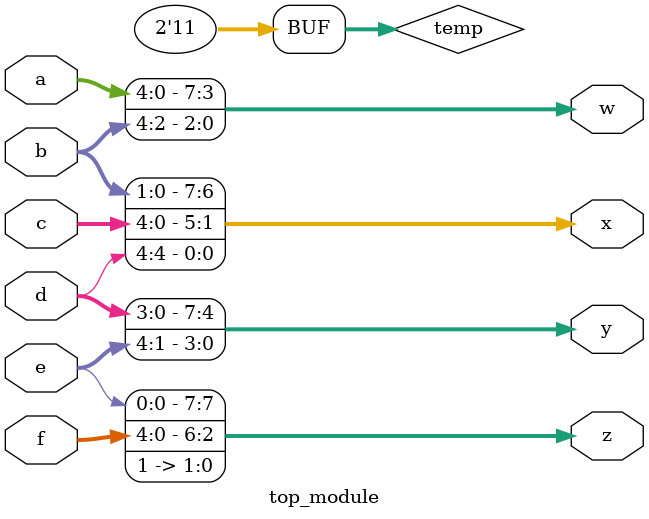
<source format=v>
module top_module (
    input [4:0] a, b, c, d, e, f,
    output [7:0] w, x, y, z 
    );
    wire [1:0] temp = 2'b11;
    // average assign to w, x, y, z
    assign {w, x, y, z} = {a, b, c, d, e, f,temp};
    
endmodule

</source>
